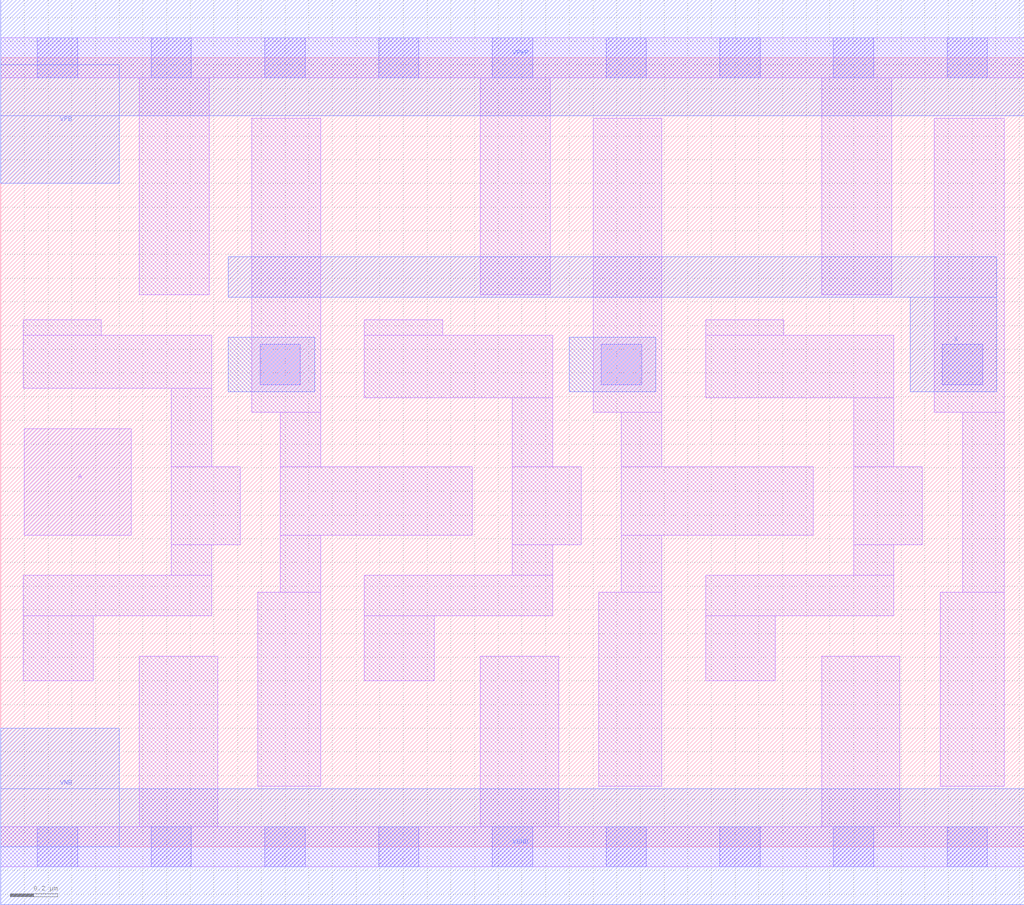
<source format=lef>
# Copyright 2020 The SkyWater PDK Authors
#
# Licensed under the Apache License, Version 2.0 (the "License");
# you may not use this file except in compliance with the License.
# You may obtain a copy of the License at
#
#     https://www.apache.org/licenses/LICENSE-2.0
#
# Unless required by applicable law or agreed to in writing, software
# distributed under the License is distributed on an "AS IS" BASIS,
# WITHOUT WARRANTIES OR CONDITIONS OF ANY KIND, either express or implied.
# See the License for the specific language governing permissions and
# limitations under the License.
#
# SPDX-License-Identifier: Apache-2.0

VERSION 5.5 ;
NAMESCASESENSITIVE ON ;
BUSBITCHARS "[]" ;
DIVIDERCHAR "/" ;
MACRO sky130_fd_sc_lp__dlymetal6s6s_1
  CLASS CORE ;
  SOURCE USER ;
  ORIGIN  0.000000  0.000000 ;
  SIZE  4.320000 BY  3.330000 ;
  SYMMETRY X Y R90 ;
  SITE unit ;
  PIN A
    ANTENNAGATEAREA  0.126000 ;
    DIRECTION INPUT ;
    USE SIGNAL ;
    PORT
      LAYER li1 ;
        RECT 0.100000 1.315000 0.550000 1.765000 ;
    END
  END A
  PIN X
    ANTENNADIFFAREA  0.556500 ;
    ANTENNAPARTIALMETALSIDEAREA  0.280000 ;
    DIRECTION OUTPUT ;
    USE SIGNAL ;
    PORT
      LAYER met1 ;
        RECT 0.960000 2.320000 4.205000 2.490000 ;
        RECT 3.840000 1.920000 4.205000 2.320000 ;
    END
  END X
  PIN VGND
    DIRECTION INOUT ;
    USE GROUND ;
    PORT
      LAYER met1 ;
        RECT 0.000000 -0.245000 4.320000 0.245000 ;
    END
  END VGND
  PIN VNB
    DIRECTION INOUT ;
    USE GROUND ;
    PORT
    END
  END VNB
  PIN VPB
    DIRECTION INOUT ;
    USE POWER ;
    PORT
    END
  END VPB
  PIN VNB
    DIRECTION INOUT ;
    USE GROUND ;
    PORT
      LAYER met1 ;
        RECT 0.000000 0.000000 0.500000 0.500000 ;
    END
  END VNB
  PIN VPB
    DIRECTION INOUT ;
    USE POWER ;
    PORT
      LAYER met1 ;
        RECT 0.000000 2.800000 0.500000 3.300000 ;
    END
  END VPB
  PIN VPWR
    DIRECTION INOUT ;
    USE POWER ;
    PORT
      LAYER met1 ;
        RECT 0.000000 3.085000 4.320000 3.575000 ;
    END
  END VPWR
  OBS
    LAYER li1 ;
      RECT 0.000000 -0.085000 4.320000 0.085000 ;
      RECT 0.000000  3.245000 4.320000 3.415000 ;
      RECT 0.095000  0.700000 0.390000 0.975000 ;
      RECT 0.095000  0.975000 0.890000 1.145000 ;
      RECT 0.095000  1.935000 0.890000 2.160000 ;
      RECT 0.095000  2.160000 0.425000 2.225000 ;
      RECT 0.585000  0.085000 0.915000 0.805000 ;
      RECT 0.585000  2.330000 0.880000 3.245000 ;
      RECT 0.720000  1.145000 0.890000 1.275000 ;
      RECT 0.720000  1.275000 1.010000 1.605000 ;
      RECT 0.720000  1.605000 0.890000 1.935000 ;
      RECT 1.060000  1.835000 1.350000 3.075000 ;
      RECT 1.085000  0.255000 1.350000 1.075000 ;
      RECT 1.180000  1.075000 1.350000 1.315000 ;
      RECT 1.180000  1.315000 1.990000 1.605000 ;
      RECT 1.180000  1.605000 1.350000 1.835000 ;
      RECT 1.535000  0.700000 1.830000 0.975000 ;
      RECT 1.535000  0.975000 2.330000 1.145000 ;
      RECT 1.535000  1.895000 2.330000 2.160000 ;
      RECT 1.535000  2.160000 1.865000 2.225000 ;
      RECT 2.025000  0.085000 2.355000 0.805000 ;
      RECT 2.025000  2.330000 2.320000 3.245000 ;
      RECT 2.160000  1.145000 2.330000 1.275000 ;
      RECT 2.160000  1.275000 2.450000 1.605000 ;
      RECT 2.160000  1.605000 2.330000 1.895000 ;
      RECT 2.500000  1.835000 2.790000 3.075000 ;
      RECT 2.525000  0.255000 2.790000 1.075000 ;
      RECT 2.620000  1.075000 2.790000 1.315000 ;
      RECT 2.620000  1.315000 3.430000 1.605000 ;
      RECT 2.620000  1.605000 2.790000 1.835000 ;
      RECT 2.975000  0.700000 3.270000 0.975000 ;
      RECT 2.975000  0.975000 3.770000 1.145000 ;
      RECT 2.975000  1.895000 3.770000 2.160000 ;
      RECT 2.975000  2.160000 3.305000 2.225000 ;
      RECT 3.465000  0.085000 3.795000 0.805000 ;
      RECT 3.465000  2.330000 3.760000 3.245000 ;
      RECT 3.600000  1.145000 3.770000 1.275000 ;
      RECT 3.600000  1.275000 3.890000 1.605000 ;
      RECT 3.600000  1.605000 3.770000 1.895000 ;
      RECT 3.940000  1.835000 4.235000 3.075000 ;
      RECT 3.965000  0.255000 4.235000 1.075000 ;
      RECT 4.060000  1.075000 4.235000 1.835000 ;
    LAYER mcon ;
      RECT 0.155000 -0.085000 0.325000 0.085000 ;
      RECT 0.155000  3.245000 0.325000 3.415000 ;
      RECT 0.635000 -0.085000 0.805000 0.085000 ;
      RECT 0.635000  3.245000 0.805000 3.415000 ;
      RECT 1.095000  1.950000 1.265000 2.120000 ;
      RECT 1.115000 -0.085000 1.285000 0.085000 ;
      RECT 1.115000  3.245000 1.285000 3.415000 ;
      RECT 1.595000 -0.085000 1.765000 0.085000 ;
      RECT 1.595000  3.245000 1.765000 3.415000 ;
      RECT 2.075000 -0.085000 2.245000 0.085000 ;
      RECT 2.075000  3.245000 2.245000 3.415000 ;
      RECT 2.535000  1.950000 2.705000 2.120000 ;
      RECT 2.555000 -0.085000 2.725000 0.085000 ;
      RECT 2.555000  3.245000 2.725000 3.415000 ;
      RECT 3.035000 -0.085000 3.205000 0.085000 ;
      RECT 3.035000  3.245000 3.205000 3.415000 ;
      RECT 3.515000 -0.085000 3.685000 0.085000 ;
      RECT 3.515000  3.245000 3.685000 3.415000 ;
      RECT 3.975000  1.950000 4.145000 2.120000 ;
      RECT 3.995000 -0.085000 4.165000 0.085000 ;
      RECT 3.995000  3.245000 4.165000 3.415000 ;
    LAYER met1 ;
      RECT 0.960000 1.920000 1.325000 2.150000 ;
      RECT 2.400000 1.920000 2.765000 2.150000 ;
  END
END sky130_fd_sc_lp__dlymetal6s6s_1
END LIBRARY

</source>
